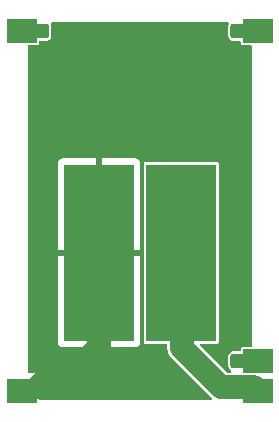
<source format=gtl>
G04 #@! TF.GenerationSoftware,KiCad,Pcbnew,9.0.1+1*
G04 #@! TF.CreationDate,2025-11-11T08:29:47+00:00*
G04 #@! TF.ProjectId,usb-c-power-in,7573622d-632d-4706-9f77-65722d696e2e,rev?*
G04 #@! TF.SameCoordinates,Original*
G04 #@! TF.FileFunction,Copper,L1,Top*
G04 #@! TF.FilePolarity,Positive*
%FSLAX46Y46*%
G04 Gerber Fmt 4.6, Leading zero omitted, Abs format (unit mm)*
G04 Created by KiCad (PCBNEW 9.0.1+1) date 2025-11-11 08:29:47*
%MOMM*%
%LPD*%
G01*
G04 APERTURE LIST*
G04 #@! TA.AperFunction,SMDPad,CuDef*
%ADD10R,6.000000X15.000000*%
G04 #@! TD*
G04 #@! TA.AperFunction,CastellatedPad*
%ADD11R,2.540000X2.000000*%
G04 #@! TD*
G04 #@! TA.AperFunction,ViaPad*
%ADD12C,0.600000*%
G04 #@! TD*
G04 #@! TA.AperFunction,Conductor*
%ADD13C,2.000000*%
G04 #@! TD*
G04 APERTURE END LIST*
D10*
X53252800Y-46803000D03*
X46293200Y-46803000D03*
D11*
X39736000Y-28032400D03*
G04 #@! TA.AperFunction,ComponentPad*
G36*
G01*
X42061000Y-27657400D02*
X42061000Y-28407400D01*
G75*
G02*
X41811000Y-28657400I-250000J0D01*
G01*
X41061000Y-28657400D01*
G75*
G02*
X40811000Y-28407400I0J250000D01*
G01*
X40811000Y-27657400D01*
G75*
G02*
X41061000Y-27407400I250000J0D01*
G01*
X41811000Y-27407400D01*
G75*
G02*
X42061000Y-27657400I0J-250000D01*
G01*
G37*
G04 #@! TD.AperFunction*
X39736000Y-58512400D03*
G04 #@! TA.AperFunction,ComponentPad*
G36*
G01*
X42061000Y-58137400D02*
X42061000Y-58887400D01*
G75*
G02*
X41811000Y-59137400I-250000J0D01*
G01*
X41061000Y-59137400D01*
G75*
G02*
X40811000Y-58887400I0J250000D01*
G01*
X40811000Y-58137400D01*
G75*
G02*
X41061000Y-57887400I250000J0D01*
G01*
X41811000Y-57887400D01*
G75*
G02*
X42061000Y-58137400I0J-250000D01*
G01*
G37*
G04 #@! TD.AperFunction*
G04 #@! TA.AperFunction,ComponentPad*
G36*
G01*
X58661000Y-27657400D02*
X58661000Y-28407400D01*
G75*
G02*
X58411000Y-28657400I-250000J0D01*
G01*
X57661000Y-28657400D01*
G75*
G02*
X57411000Y-28407400I0J250000D01*
G01*
X57411000Y-27657400D01*
G75*
G02*
X57661000Y-27407400I250000J0D01*
G01*
X58411000Y-27407400D01*
G75*
G02*
X58661000Y-27657400I0J-250000D01*
G01*
G37*
G04 #@! TD.AperFunction*
X59736000Y-28032400D03*
G04 #@! TA.AperFunction,ComponentPad*
G36*
G01*
X58661000Y-55597400D02*
X58661000Y-56347400D01*
G75*
G02*
X58411000Y-56597400I-250000J0D01*
G01*
X57661000Y-56597400D01*
G75*
G02*
X57411000Y-56347400I0J250000D01*
G01*
X57411000Y-55597400D01*
G75*
G02*
X57661000Y-55347400I250000J0D01*
G01*
X58411000Y-55347400D01*
G75*
G02*
X58661000Y-55597400I0J-250000D01*
G01*
G37*
G04 #@! TD.AperFunction*
X59736000Y-55972400D03*
G04 #@! TA.AperFunction,ComponentPad*
G36*
G01*
X58661000Y-58137400D02*
X58661000Y-58887400D01*
G75*
G02*
X58411000Y-59137400I-250000J0D01*
G01*
X57661000Y-59137400D01*
G75*
G02*
X57411000Y-58887400I0J250000D01*
G01*
X57411000Y-58137400D01*
G75*
G02*
X57661000Y-57887400I250000J0D01*
G01*
X58411000Y-57887400D01*
G75*
G02*
X58661000Y-58137400I0J-250000D01*
G01*
G37*
G04 #@! TD.AperFunction*
X59736000Y-58512400D03*
D12*
X52588000Y-35882200D03*
X46068000Y-36242200D03*
X40848000Y-48542200D03*
X57718000Y-39712200D03*
X41008000Y-40072200D03*
X57818000Y-44152200D03*
X40848000Y-53052200D03*
X57818000Y-47862200D03*
X57718000Y-52502200D03*
X40888000Y-45072200D03*
D13*
X59736000Y-58512400D02*
X59396000Y-58172400D01*
X56621200Y-58172400D02*
X53278200Y-54829400D01*
X59396000Y-58172400D02*
X56621200Y-58172400D01*
X53278200Y-54829400D02*
X53278200Y-47895200D01*
X46318600Y-47895200D02*
X46318600Y-54781600D01*
X46318600Y-54781600D02*
X42817800Y-58282400D01*
X42817800Y-58282400D02*
X41436000Y-58282400D01*
G04 #@! TA.AperFunction,Conductor*
G36*
X57215445Y-27282585D02*
G01*
X57261200Y-27335389D01*
X57271144Y-27404547D01*
X57261024Y-27435659D01*
X57261276Y-27435748D01*
X57213353Y-27572698D01*
X57213353Y-27572700D01*
X57210500Y-27603130D01*
X57210500Y-28461669D01*
X57213353Y-28492099D01*
X57213353Y-28492101D01*
X57258206Y-28620280D01*
X57258207Y-28620282D01*
X57338850Y-28729550D01*
X57448118Y-28810193D01*
X57490845Y-28825144D01*
X57576299Y-28855046D01*
X57606730Y-28857900D01*
X57606734Y-28857900D01*
X58141500Y-28857900D01*
X58208539Y-28877585D01*
X58254294Y-28930389D01*
X58265500Y-28981900D01*
X58265500Y-29052152D01*
X58277131Y-29110629D01*
X58277132Y-29110630D01*
X58321447Y-29176952D01*
X58387769Y-29221267D01*
X58387770Y-29221268D01*
X58446247Y-29232899D01*
X58446250Y-29232900D01*
X58446252Y-29232900D01*
X59111500Y-29232900D01*
X59178539Y-29252585D01*
X59224294Y-29305389D01*
X59235500Y-29356900D01*
X59235500Y-54647900D01*
X59215815Y-54714939D01*
X59163011Y-54760694D01*
X59111500Y-54771900D01*
X58446247Y-54771900D01*
X58387770Y-54783531D01*
X58387769Y-54783532D01*
X58321447Y-54827847D01*
X58277132Y-54894169D01*
X58277131Y-54894170D01*
X58265500Y-54952647D01*
X58265500Y-55022900D01*
X58245815Y-55089939D01*
X58193011Y-55135694D01*
X58141500Y-55146900D01*
X57606730Y-55146900D01*
X57576300Y-55149753D01*
X57576298Y-55149753D01*
X57448119Y-55194606D01*
X57448117Y-55194607D01*
X57338850Y-55275250D01*
X57258207Y-55384517D01*
X57258206Y-55384519D01*
X57213353Y-55512698D01*
X57213353Y-55512700D01*
X57210500Y-55543130D01*
X57210500Y-56401669D01*
X57213353Y-56432099D01*
X57213353Y-56432101D01*
X57258206Y-56560280D01*
X57258207Y-56560282D01*
X57338850Y-56669550D01*
X57445323Y-56748130D01*
X57487573Y-56803777D01*
X57493032Y-56873433D01*
X57459965Y-56934983D01*
X57398871Y-56968884D01*
X57371689Y-56971900D01*
X57169825Y-56971900D01*
X57102786Y-56952215D01*
X57082144Y-56935581D01*
X54861745Y-54715181D01*
X54828260Y-54653858D01*
X54833244Y-54584166D01*
X54875116Y-54528233D01*
X54940580Y-54503816D01*
X54949426Y-54503500D01*
X56272550Y-54503500D01*
X56272551Y-54503499D01*
X56287368Y-54500552D01*
X56331029Y-54491868D01*
X56331029Y-54491867D01*
X56331031Y-54491867D01*
X56397352Y-54447552D01*
X56441667Y-54381231D01*
X56441667Y-54381229D01*
X56441668Y-54381229D01*
X56453299Y-54322752D01*
X56453300Y-54322750D01*
X56453300Y-39283249D01*
X56453299Y-39283247D01*
X56441668Y-39224770D01*
X56441667Y-39224769D01*
X56397352Y-39158447D01*
X56331030Y-39114132D01*
X56331029Y-39114131D01*
X56272552Y-39102500D01*
X56272548Y-39102500D01*
X50233052Y-39102500D01*
X50233047Y-39102500D01*
X50174570Y-39114131D01*
X50174569Y-39114132D01*
X50108247Y-39158447D01*
X50063932Y-39224769D01*
X50063931Y-39224770D01*
X50052300Y-39283247D01*
X50052300Y-54322752D01*
X50063931Y-54381229D01*
X50063932Y-54381230D01*
X50108247Y-54447552D01*
X50174569Y-54491867D01*
X50174570Y-54491868D01*
X50233047Y-54503499D01*
X50233050Y-54503500D01*
X50233052Y-54503500D01*
X51953700Y-54503500D01*
X52020739Y-54523185D01*
X52066494Y-54575989D01*
X52077700Y-54627500D01*
X52077700Y-54923886D01*
X52107259Y-55110518D01*
X52165654Y-55290236D01*
X52213693Y-55384517D01*
X52251440Y-55458599D01*
X52362510Y-55611474D01*
X52362511Y-55611475D01*
X52362512Y-55611476D01*
X55821256Y-59070219D01*
X55854741Y-59131542D01*
X55849757Y-59201234D01*
X55807885Y-59257167D01*
X55742421Y-59281584D01*
X55733575Y-59281900D01*
X42642100Y-59281900D01*
X42575061Y-59262215D01*
X42529306Y-59209411D01*
X42519362Y-59140253D01*
X42524394Y-59118896D01*
X42550505Y-59040097D01*
X42550506Y-59040090D01*
X42560999Y-58937386D01*
X42560999Y-58087428D01*
X42560998Y-58087412D01*
X42550505Y-57984702D01*
X42495357Y-57818275D01*
X42490900Y-57811050D01*
X41811000Y-58490950D01*
X41811000Y-58463030D01*
X41785444Y-58367655D01*
X41736075Y-58282145D01*
X41666255Y-58212325D01*
X41580745Y-58162956D01*
X41485370Y-58137400D01*
X41457446Y-58137400D01*
X42137347Y-57457499D01*
X42130124Y-57453043D01*
X42130119Y-57453041D01*
X41963697Y-57397894D01*
X41963690Y-57397893D01*
X41860986Y-57387400D01*
X41579120Y-57387400D01*
X41512081Y-57367715D01*
X41466326Y-57314911D01*
X41462938Y-57306733D01*
X41449354Y-57270313D01*
X41449353Y-57270312D01*
X41398957Y-57202992D01*
X40568105Y-58033845D01*
X40464097Y-57929837D01*
X40341258Y-57847759D01*
X40236500Y-57804366D01*
X40236500Y-57709710D01*
X40256185Y-57642671D01*
X40272819Y-57622029D01*
X40882448Y-57012400D01*
X40360500Y-57012400D01*
X40293461Y-56992715D01*
X40247706Y-56939911D01*
X40236500Y-56888400D01*
X40236500Y-54350844D01*
X42793200Y-54350844D01*
X42799601Y-54410372D01*
X42799603Y-54410379D01*
X42849845Y-54545086D01*
X42849849Y-54545093D01*
X42936009Y-54660187D01*
X42936012Y-54660190D01*
X43051106Y-54746350D01*
X43051113Y-54746354D01*
X43185820Y-54796596D01*
X43185827Y-54796598D01*
X43245355Y-54802999D01*
X43245372Y-54803000D01*
X46043200Y-54803000D01*
X46543200Y-54803000D01*
X49341028Y-54803000D01*
X49341044Y-54802999D01*
X49400572Y-54796598D01*
X49400579Y-54796596D01*
X49535286Y-54746354D01*
X49535293Y-54746350D01*
X49650387Y-54660190D01*
X49650390Y-54660187D01*
X49736550Y-54545093D01*
X49736554Y-54545086D01*
X49786796Y-54410379D01*
X49786798Y-54410372D01*
X49793199Y-54350844D01*
X49793200Y-54350827D01*
X49793200Y-47053000D01*
X46543200Y-47053000D01*
X46543200Y-54803000D01*
X46043200Y-54803000D01*
X46043200Y-47053000D01*
X42793200Y-47053000D01*
X42793200Y-54350844D01*
X40236500Y-54350844D01*
X40236500Y-39255155D01*
X42793200Y-39255155D01*
X42793200Y-46553000D01*
X46043200Y-46553000D01*
X46543200Y-46553000D01*
X49793200Y-46553000D01*
X49793200Y-39255172D01*
X49793199Y-39255155D01*
X49786798Y-39195627D01*
X49786796Y-39195620D01*
X49736554Y-39060913D01*
X49736550Y-39060906D01*
X49650390Y-38945812D01*
X49650387Y-38945809D01*
X49535293Y-38859649D01*
X49535286Y-38859645D01*
X49400579Y-38809403D01*
X49400572Y-38809401D01*
X49341044Y-38803000D01*
X46543200Y-38803000D01*
X46543200Y-46553000D01*
X46043200Y-46553000D01*
X46043200Y-38803000D01*
X43245355Y-38803000D01*
X43185827Y-38809401D01*
X43185820Y-38809403D01*
X43051113Y-38859645D01*
X43051106Y-38859649D01*
X42936012Y-38945809D01*
X42936009Y-38945812D01*
X42849849Y-39060906D01*
X42849845Y-39060913D01*
X42799603Y-39195620D01*
X42799601Y-39195627D01*
X42793200Y-39255155D01*
X40236500Y-39255155D01*
X40236500Y-29356900D01*
X40256185Y-29289861D01*
X40308989Y-29244106D01*
X40360500Y-29232900D01*
X41025750Y-29232900D01*
X41025751Y-29232899D01*
X41040568Y-29229952D01*
X41084229Y-29221268D01*
X41084229Y-29221267D01*
X41084231Y-29221267D01*
X41150552Y-29176952D01*
X41194867Y-29110631D01*
X41194867Y-29110629D01*
X41194868Y-29110629D01*
X41206499Y-29052152D01*
X41206500Y-29052150D01*
X41206500Y-28981900D01*
X41226185Y-28914861D01*
X41278989Y-28869106D01*
X41330500Y-28857900D01*
X41865270Y-28857900D01*
X41895699Y-28855046D01*
X41895701Y-28855046D01*
X41959790Y-28832619D01*
X42023882Y-28810193D01*
X42133150Y-28729550D01*
X42213793Y-28620282D01*
X42236219Y-28556190D01*
X42258646Y-28492101D01*
X42258646Y-28492099D01*
X42261500Y-28461669D01*
X42261500Y-27603130D01*
X42258646Y-27572700D01*
X42258646Y-27572698D01*
X42210724Y-27435748D01*
X42212020Y-27435294D01*
X42200042Y-27376366D01*
X42225351Y-27311241D01*
X42281851Y-27270137D01*
X42323594Y-27262900D01*
X57148406Y-27262900D01*
X57215445Y-27282585D01*
G37*
G04 #@! TD.AperFunction*
M02*

</source>
